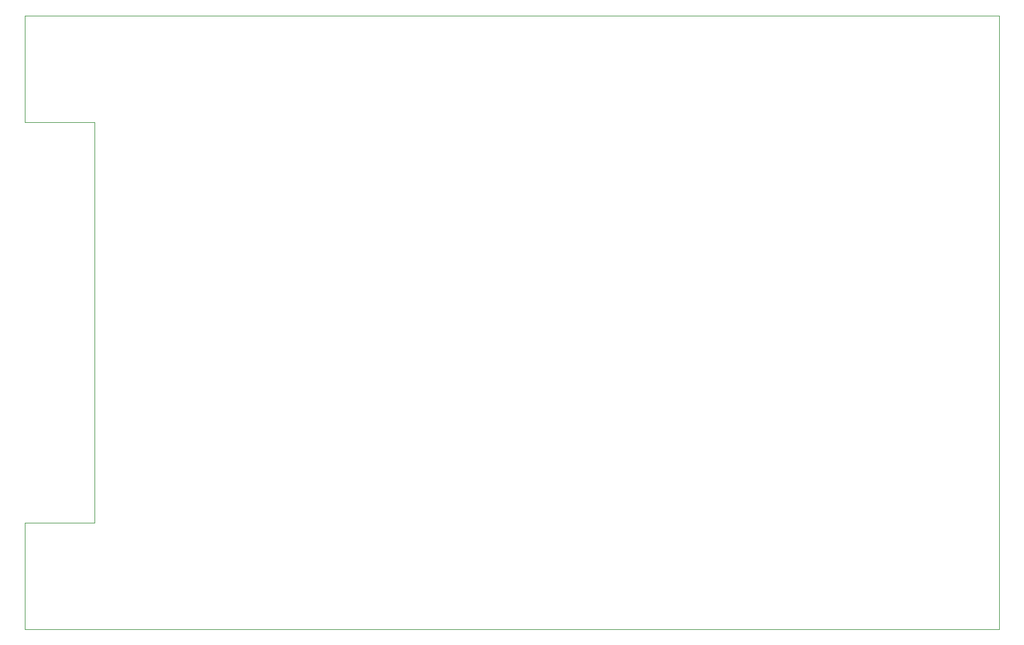
<source format=gbr>
%TF.GenerationSoftware,KiCad,Pcbnew,7.0.9-7.0.9~ubuntu23.04.1*%
%TF.CreationDate,2023-11-28T20:08:03+00:00*%
%TF.ProjectId,BATDATUNIT01,42415444-4154-4554-9e49-5430312e6b69,01A*%
%TF.SameCoordinates,Original*%
%TF.FileFunction,Profile,NP*%
%FSLAX46Y46*%
G04 Gerber Fmt 4.6, Leading zero omitted, Abs format (unit mm)*
G04 Created by KiCad (PCBNEW 7.0.9-7.0.9~ubuntu23.04.1) date 2023-11-28 20:08:03*
%MOMM*%
%LPD*%
G01*
G04 APERTURE LIST*
%TA.AperFunction,Profile*%
%ADD10C,0.100000*%
%TD*%
G04 APERTURE END LIST*
D10*
X9786000Y14926000D02*
X9786000Y70926000D01*
X0Y85852000D02*
X136152000Y85852000D01*
X0Y85852000D02*
X0Y70926000D01*
X0Y14926000D02*
X9786000Y14926000D01*
X136152000Y85852000D02*
X136152000Y0D01*
X136152000Y0D02*
X0Y0D01*
X0Y0D02*
X0Y14926000D01*
X0Y70926000D02*
X9786000Y70926000D01*
M02*

</source>
